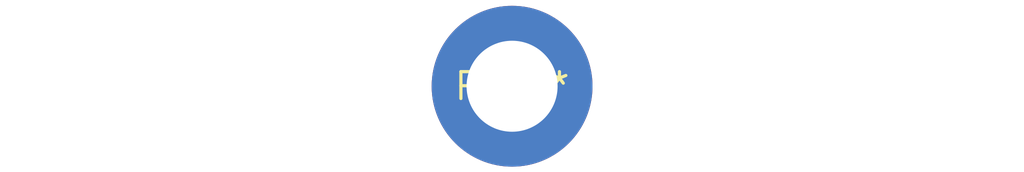
<source format=kicad_pcb>
(kicad_pcb (version 20240108) (generator pcbnew)
  (layers (0 "F.Cu" signal) (31 "B.Cu" signal) (34 "B.Paste" user) (35 "F.Paste" user) (36 "B.SilkS" user "B.Silkscreen") (37 "F.SilkS" user "F.Silkscreen") (38 "B.Mask" user) (39 "F.Mask" user) (44 "Edge.Cuts" user))
  (net 0 "")
  (footprint "MountingHole_4.3mm_M4_ISO7380_Pad_TopBottom" (layer "F.Cu") (at 0 0)
    (property "Reference" "REF**")
    (property "Value" "MountingHole_4.3mm_M4_ISO7380_Pad_TopBottom")
    (pad "1" thru_hole circle (at 0 0) (size 4.7 4.7) (drill 4.3) (layers *.Cu *.Mask) (remove_unused_layers))
    (pad "1" connect circle (at 0 0) (size 7.6 7.6) (layers "F.Cu" "F.Mask"))
    (pad "1" connect circle (at 0 0) (size 7.6 7.6) (layers "B.Cu" "B.Mask"))
  )
)
</source>
